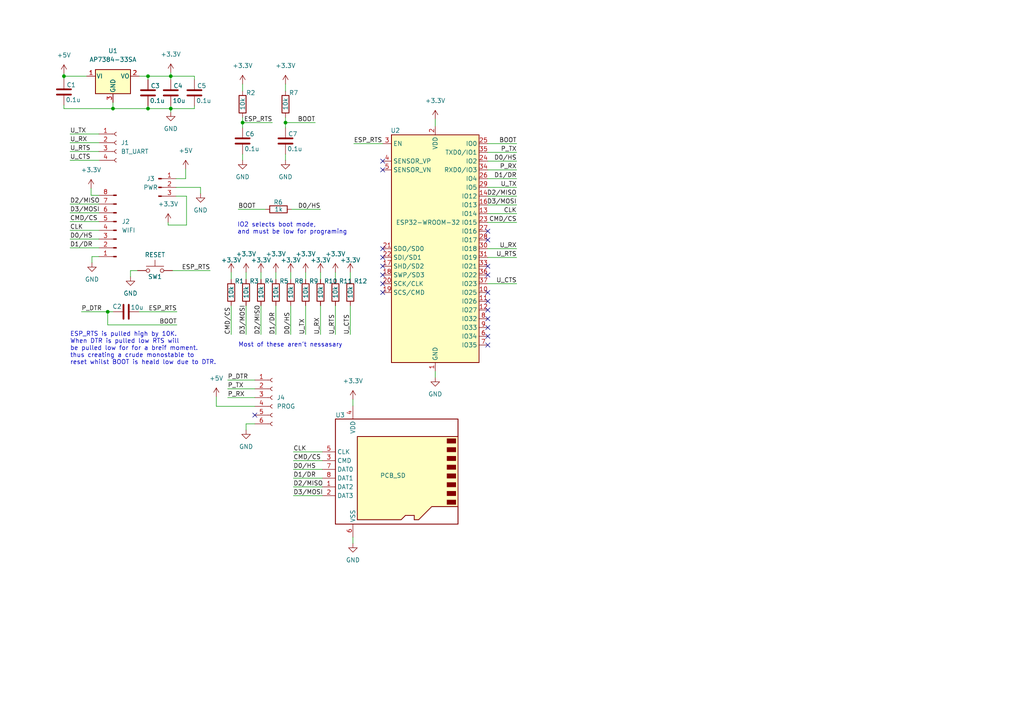
<source format=kicad_sch>
(kicad_sch (version 20211123) (generator eeschema)
  (paper "A4")
  (lib_symbols
    (symbol "Connector:Conn_01x03_Male" (pin_names (offset 1.016) hide)
      (property "Reference" "J" (at 0 5.08 0))
      (property "Value" "Conn_01x03_Male" (at 0 -5.08 0))
      (symbol "Conn_01x03_Male_1_1"
        (polyline (pts (xy 1.27 -2.54) (xy 0.8636 -2.54)) (stroke (width 0.1524)))
        (polyline (pts (xy 1.27 0) (xy 0.8636 0)) (stroke (width 0.1524)))
        (polyline (pts (xy 1.27 2.54) (xy 0.8636 2.54)) (stroke (width 0.1524)))
        (rectangle (start 0.8636 -2.413) (end 0 -2.667) (stroke (width 0.1524)) (fill (type outline)))
        (rectangle (start 0.8636 0.127) (end 0 -0.127) (stroke (width 0.1524)) (fill (type outline)))
        (rectangle (start 0.8636 2.667) (end 0 2.413) (stroke (width 0.1524)) (fill (type outline)))
        (pin passive line (at 5.08 2.54 180) (length 3.81) (name "Pin_1") (number "1"))
        (pin passive line (at 5.08 0 180) (length 3.81) (name "Pin_2") (number "2"))
        (pin passive line (at 5.08 -2.54 180) (length 3.81) (name "Pin_3") (number "3"))
      )
    )
    (symbol "Connector:Conn_01x04_Female" (pin_names (offset 1.016) hide)
      (property "Reference" "J" (at 0 5.08 0))
      (property "Value" "Conn_01x04_Female" (at 0 -7.62 0))
      (symbol "Conn_01x04_Female_1_1"
        (arc (start 0 -4.572) (mid -0.508 -5.08) (end 0 -5.588) (stroke (width 0.1524)))
        (arc (start 0 -2.032) (mid -0.508 -2.54) (end 0 -3.048) (stroke (width 0.1524)))
        (polyline (pts (xy -1.27 -5.08) (xy -0.508 -5.08)) (stroke (width 0.1524)))
        (polyline (pts (xy -1.27 -2.54) (xy -0.508 -2.54)) (stroke (width 0.1524)))
        (polyline (pts (xy -1.27 0) (xy -0.508 0)) (stroke (width 0.1524)))
        (polyline (pts (xy -1.27 2.54) (xy -0.508 2.54)) (stroke (width 0.1524)))
        (arc (start 0 0.508) (mid -0.508 0) (end 0 -0.508) (stroke (width 0.1524)))
        (arc (start 0 3.048) (mid -0.508 2.54) (end 0 2.032) (stroke (width 0.1524)))
        (pin passive line (at -5.08 2.54 0) (length 3.81) (name "Pin_1") (number "1"))
        (pin passive line (at -5.08 0 0) (length 3.81) (name "Pin_2") (number "2"))
        (pin passive line (at -5.08 -2.54 0) (length 3.81) (name "Pin_3") (number "3"))
        (pin passive line (at -5.08 -5.08 0) (length 3.81) (name "Pin_4") (number "4"))
      )
    )
    (symbol "Connector:Conn_01x06_Female" (pin_names (offset 1.016) hide)
      (property "Reference" "J" (at 0 7.62 0))
      (property "Value" "Conn_01x06_Female" (at 0 -10.16 0))
      (symbol "Conn_01x06_Female_1_1"
        (arc (start 0 -7.112) (mid -0.508 -7.62) (end 0 -8.128) (stroke (width 0.1524)))
        (arc (start 0 -4.572) (mid -0.508 -5.08) (end 0 -5.588) (stroke (width 0.1524)))
        (arc (start 0 -2.032) (mid -0.508 -2.54) (end 0 -3.048) (stroke (width 0.1524)))
        (polyline (pts (xy -1.27 -7.62) (xy -0.508 -7.62)) (stroke (width 0.1524)))
        (polyline (pts (xy -1.27 -5.08) (xy -0.508 -5.08)) (stroke (width 0.1524)))
        (polyline (pts (xy -1.27 -2.54) (xy -0.508 -2.54)) (stroke (width 0.1524)))
        (polyline (pts (xy -1.27 0) (xy -0.508 0)) (stroke (width 0.1524)))
        (polyline (pts (xy -1.27 2.54) (xy -0.508 2.54)) (stroke (width 0.1524)))
        (polyline (pts (xy -1.27 5.08) (xy -0.508 5.08)) (stroke (width 0.1524)))
        (arc (start 0 0.508) (mid -0.508 0) (end 0 -0.508) (stroke (width 0.1524)))
        (arc (start 0 3.048) (mid -0.508 2.54) (end 0 2.032) (stroke (width 0.1524)))
        (arc (start 0 5.588) (mid -0.508 5.08) (end 0 4.572) (stroke (width 0.1524)))
        (pin passive line (at -5.08 5.08 0) (length 3.81) (name "Pin_1") (number "1"))
        (pin passive line (at -5.08 2.54 0) (length 3.81) (name "Pin_2") (number "2"))
        (pin passive line (at -5.08 0 0) (length 3.81) (name "Pin_3") (number "3"))
        (pin passive line (at -5.08 -2.54 0) (length 3.81) (name "Pin_4") (number "4"))
        (pin passive line (at -5.08 -5.08 0) (length 3.81) (name "Pin_5") (number "5"))
        (pin passive line (at -5.08 -7.62 0) (length 3.81) (name "Pin_6") (number "6"))
      )
    )
    (symbol "Connector:Conn_01x08_Male" (pin_names (offset 1.016) hide)
      (property "Reference" "J" (at 0 10.16 0))
      (property "Value" "Conn_01x08_Male" (at 0 -12.7 0))
      (symbol "Conn_01x08_Male_1_1"
        (polyline (pts (xy 1.27 -10.16) (xy 0.8636 -10.16)) (stroke (width 0.1524)))
        (polyline (pts (xy 1.27 -7.62) (xy 0.8636 -7.62)) (stroke (width 0.1524)))
        (polyline (pts (xy 1.27 -5.08) (xy 0.8636 -5.08)) (stroke (width 0.1524)))
        (polyline (pts (xy 1.27 -2.54) (xy 0.8636 -2.54)) (stroke (width 0.1524)))
        (polyline (pts (xy 1.27 0) (xy 0.8636 0)) (stroke (width 0.1524)))
        (polyline (pts (xy 1.27 2.54) (xy 0.8636 2.54)) (stroke (width 0.1524)))
        (polyline (pts (xy 1.27 5.08) (xy 0.8636 5.08)) (stroke (width 0.1524)))
        (polyline (pts (xy 1.27 7.62) (xy 0.8636 7.62)) (stroke (width 0.1524)))
        (rectangle (start 0.8636 -10.033) (end 0 -10.287) (stroke (width 0.1524)) (fill (type outline)))
        (rectangle (start 0.8636 -7.493) (end 0 -7.747) (stroke (width 0.1524)) (fill (type outline)))
        (rectangle (start 0.8636 -4.953) (end 0 -5.207) (stroke (width 0.1524)) (fill (type outline)))
        (rectangle (start 0.8636 -2.413) (end 0 -2.667) (stroke (width 0.1524)) (fill (type outline)))
        (rectangle (start 0.8636 0.127) (end 0 -0.127) (stroke (width 0.1524)) (fill (type outline)))
        (rectangle (start 0.8636 2.667) (end 0 2.413) (stroke (width 0.1524)) (fill (type outline)))
        (rectangle (start 0.8636 5.207) (end 0 4.953) (stroke (width 0.1524)) (fill (type outline)))
        (rectangle (start 0.8636 7.747) (end 0 7.493) (stroke (width 0.1524)) (fill (type outline)))
        (pin passive line (at 5.08 7.62 180) (length 3.81) (name "Pin_1") (number "1"))
        (pin passive line (at 5.08 5.08 180) (length 3.81) (name "Pin_2") (number "2"))
        (pin passive line (at 5.08 2.54 180) (length 3.81) (name "Pin_3") (number "3"))
        (pin passive line (at 5.08 0 180) (length 3.81) (name "Pin_4") (number "4"))
        (pin passive line (at 5.08 -2.54 180) (length 3.81) (name "Pin_5") (number "5"))
        (pin passive line (at 5.08 -5.08 180) (length 3.81) (name "Pin_6") (number "6"))
        (pin passive line (at 5.08 -7.62 180) (length 3.81) (name "Pin_7") (number "7"))
        (pin passive line (at 5.08 -10.16 180) (length 3.81) (name "Pin_8") (number "8"))
      )
    )
    (symbol "Device:C" (pin_numbers hide) (pin_names (offset 0.254))
      (property "Reference" "C" (at 0.635 2.54 0))
      (property "Value" "C" (at 0.635 -2.54 0))
      (symbol "C_0_1"
        (polyline (pts (xy -2.032 -0.762) (xy 2.032 -0.762)) (stroke (width 0.508)))
        (polyline (pts (xy -2.032 0.762) (xy 2.032 0.762)) (stroke (width 0.508)))
      )
      (symbol "C_1_1"
        (pin passive line (at 0 3.81 270) (length 2.794) (name "~") (number "1"))
        (pin passive line (at 0 -3.81 90) (length 2.794) (name "~") (number "2"))
      )
    )
    (symbol "Device:R" (pin_numbers hide) (pin_names (offset 0))
      (property "Reference" "R" (at 2.032 0 90))
      (property "Value" "R" (at 0 0 90))
      (symbol "R_0_1"
        (rectangle (start -1.016 -2.54) (end 1.016 2.54) (stroke (width 0.254)))
      )
      (symbol "R_1_1"
        (pin passive line (at 0 3.81 270) (length 1.27) (name "~") (number "1"))
        (pin passive line (at 0 -3.81 90) (length 1.27) (name "~") (number "2"))
      )
    )
    (symbol "RF_Module:ESP32-WROOM-32"
      (property "Reference" "U" (at -12.7 34.29 0))
      (property "Value" "ESP32-WROOM-32" (at 1.27 34.29 0))
      (symbol "ESP32-WROOM-32_0_1"
        (rectangle (start -12.7 33.02) (end 12.7 -33.02) (stroke (width 0.254)) (fill (type background)))
      )
      (symbol "ESP32-WROOM-32_1_1"
        (pin power_in line (at 0 -35.56 90) (length 2.54) (name "GND") (number "1"))
        (pin bidirectional line (at 15.24 -12.7 180) (length 2.54) (name "IO25") (number "10"))
        (pin bidirectional line (at 15.24 -15.24 180) (length 2.54) (name "IO26") (number "11"))
        (pin bidirectional line (at 15.24 -17.78 180) (length 2.54) (name "IO27") (number "12"))
        (pin bidirectional line (at 15.24 10.16 180) (length 2.54) (name "IO14") (number "13"))
        (pin bidirectional line (at 15.24 15.24 180) (length 2.54) (name "IO12") (number "14"))
        (pin passive line (at 0 -35.56 90) (length 2.54) hide (name "GND") (number "15"))
        (pin bidirectional line (at 15.24 12.7 180) (length 2.54) (name "IO13") (number "16"))
        (pin bidirectional line (at -15.24 -5.08 0) (length 2.54) (name "SHD/SD2") (number "17"))
        (pin bidirectional line (at -15.24 -7.62 0) (length 2.54) (name "SWP/SD3") (number "18"))
        (pin bidirectional line (at -15.24 -12.7 0) (length 2.54) (name "SCS/CMD") (number "19"))
        (pin power_in line (at 0 35.56 270) (length 2.54) (name "VDD") (number "2"))
        (pin bidirectional line (at -15.24 -10.16 0) (length 2.54) (name "SCK/CLK") (number "20"))
        (pin bidirectional line (at -15.24 0 0) (length 2.54) (name "SDO/SD0") (number "21"))
        (pin bidirectional line (at -15.24 -2.54 0) (length 2.54) (name "SDI/SD1") (number "22"))
        (pin bidirectional line (at 15.24 7.62 180) (length 2.54) (name "IO15") (number "23"))
        (pin bidirectional line (at 15.24 25.4 180) (length 2.54) (name "IO2") (number "24"))
        (pin bidirectional line (at 15.24 30.48 180) (length 2.54) (name "IO0") (number "25"))
        (pin bidirectional line (at 15.24 20.32 180) (length 2.54) (name "IO4") (number "26"))
        (pin bidirectional line (at 15.24 5.08 180) (length 2.54) (name "IO16") (number "27"))
        (pin bidirectional line (at 15.24 2.54 180) (length 2.54) (name "IO17") (number "28"))
        (pin bidirectional line (at 15.24 17.78 180) (length 2.54) (name "IO5") (number "29"))
        (pin input line (at -15.24 30.48 0) (length 2.54) (name "EN") (number "3"))
        (pin bidirectional line (at 15.24 0 180) (length 2.54) (name "IO18") (number "30"))
        (pin bidirectional line (at 15.24 -2.54 180) (length 2.54) (name "IO19") (number "31"))
        (pin no_connect line (at -12.7 -27.94 0) (length 2.54) hide (name "NC") (number "32"))
        (pin bidirectional line (at 15.24 -5.08 180) (length 2.54) (name "IO21") (number "33"))
        (pin bidirectional line (at 15.24 22.86 180) (length 2.54) (name "RXD0/IO3") (number "34"))
        (pin bidirectional line (at 15.24 27.94 180) (length 2.54) (name "TXD0/IO1") (number "35"))
        (pin bidirectional line (at 15.24 -7.62 180) (length 2.54) (name "IO22") (number "36"))
        (pin bidirectional line (at 15.24 -10.16 180) (length 2.54) (name "IO23") (number "37"))
        (pin passive line (at 0 -35.56 90) (length 2.54) hide (name "GND") (number "38"))
        (pin passive line (at 0 -35.56 90) (length 2.54) hide (name "GND") (number "39"))
        (pin input line (at -15.24 25.4 0) (length 2.54) (name "SENSOR_VP") (number "4"))
        (pin input line (at -15.24 22.86 0) (length 2.54) (name "SENSOR_VN") (number "5"))
        (pin input line (at 15.24 -25.4 180) (length 2.54) (name "IO34") (number "6"))
        (pin input line (at 15.24 -27.94 180) (length 2.54) (name "IO35") (number "7"))
        (pin bidirectional line (at 15.24 -20.32 180) (length 2.54) (name "IO32") (number "8"))
        (pin bidirectional line (at 15.24 -22.86 180) (length 2.54) (name "IO33") (number "9"))
      )
    )
    (symbol "Regulator_Linear:AP7384-33SA" (pin_names (offset 0.254))
      (property "Reference" "U" (at -3.81 3.175 0))
      (property "Value" "AP7384-33SA" (at 0 3.175 0))
      (symbol "AP7384-33SA_0_1"
        (rectangle (start -5.08 1.905) (end 5.08 -5.08) (stroke (width 0.254)) (fill (type background)))
      )
      (symbol "AP7384-33SA_1_1"
        (pin power_in line (at -7.62 0 0) (length 2.54) (name "VI") (number "1"))
        (pin power_out line (at 7.62 0 180) (length 2.54) (name "VO") (number "2"))
        (pin power_in line (at 0 -7.62 90) (length 2.54) (name "GND") (number "3"))
      )
    )
    (symbol "Switch:SW_Push" (pin_numbers hide) (pin_names (offset 1.016) hide)
      (property "Reference" "SW" (at 1.27 2.54 0))
      (property "Value" "SW_Push" (at 0 -1.524 0))
      (symbol "SW_Push_0_1"
        (circle (center -2.032 0) (radius 0.508))
        (polyline (pts (xy 0 1.27) (xy 0 3.048)))
        (polyline (pts (xy 2.54 1.27) (xy -2.54 1.27)))
        (circle (center 2.032 0) (radius 0.508))
        (pin passive line (at -5.08 0 0) (length 2.54) (name "1") (number "1"))
        (pin passive line (at 5.08 0 180) (length 2.54) (name "2") (number "2"))
      )
    )
    (symbol "power:+3.3V" (power) (pin_names (offset 0))
      (property "Value" "+3.3V" (at 0 3.556 0))
      (symbol "+3.3V_0_1"
        (polyline (pts (xy -0.762 1.27) (xy 0 2.54)))
        (polyline (pts (xy 0 0) (xy 0 2.54)))
        (polyline (pts (xy 0 2.54) (xy 0.762 1.27)))
      )
      (symbol "+3.3V_1_1"
        (pin power_in line (at 0 0 90) (length 0) hide (name "+3.3V") (number "1"))
      )
    )
    (symbol "power:+5V" (power) (pin_names (offset 0))
      (property "Value" "+5V" (at 0 3.556 0))
      (symbol "+5V_0_1"
        (polyline (pts (xy -0.762 1.27) (xy 0 2.54)))
        (polyline (pts (xy 0 0) (xy 0 2.54)))
        (polyline (pts (xy 0 2.54) (xy 0.762 1.27)))
      )
      (symbol "+5V_1_1"
        (pin power_in line (at 0 0 90) (length 0) hide (name "+5V") (number "1"))
      )
    )
    (symbol "power:GND" (power) (pin_names (offset 0))
      (property "Value" "GND" (at 0 -3.81 0))
      (symbol "GND_0_1"
        (polyline (pts (xy 0 0) (xy 0 -1.27) (xy 1.27 -1.27) (xy 0 -2.54) (xy -1.27 -1.27) (xy 0 -1.27)))
      )
      (symbol "GND_1_1"
        (pin power_in line (at 0 0 270) (length 0) hide (name "GND") (number "1"))
      )
    )
    (symbol "sd_card:PCB_SD"
      (property "Reference" "U" (at 5.08 8.255 0))
      (property "Value" "PCB_SD" (at 20.32 -6.35 90))
      (symbol "PCB_SD_0_1"
        (polyline (pts (xy 39.37 4.445) (xy 39.37 9.525) (xy 3.81 9.525) (xy 3.81 -20.955) (xy 39.37 -20.955) (xy 39.37 -15.875)) (stroke (width 0.254)))
        (polyline (pts (xy 39.37 4.445) (xy 39.37 -15.875) (xy 31.75 -15.875) (xy 27.94 -19.685) (xy 26.67 -19.685) (xy 26.67 -18.415) (xy 24.13 -18.415) (xy 22.86 -19.685) (xy 10.16 -19.685) (xy 10.16 4.445) (xy 39.37 4.445)) (stroke (width 0.254)) (fill (type background)))
        (rectangle (start 36.195 -13.97) (end 38.735 -15.24) (fill (type outline)))
        (rectangle (start 36.195 -11.43) (end 38.735 -12.7) (fill (type outline)))
        (rectangle (start 36.195 -8.89) (end 38.735 -10.16) (fill (type outline)))
        (rectangle (start 36.195 -6.35) (end 38.735 -7.62) (fill (type outline)))
        (rectangle (start 36.195 -3.81) (end 38.735 -5.08) (fill (type outline)))
        (rectangle (start 36.195 -1.27) (end 38.735 -2.54) (fill (type outline)))
        (rectangle (start 36.195 1.27) (end 38.735 0) (fill (type outline)))
        (rectangle (start 36.195 3.81) (end 38.735 2.54) (fill (type outline)))
      )
      (symbol "PCB_SD_1_1"
        (pin bidirectional line (at 0 -10.16 0) (length 3.81) (name "DAT2") (number "1"))
        (pin bidirectional line (at 0 -12.7 0) (length 3.81) (name "DAT3") (number "2"))
        (pin input line (at 0 -2.54 0) (length 3.81) (name "CMD") (number "3"))
        (pin power_in line (at 8.89 13.335 270) (length 3.81) (name "VDD") (number "4"))
        (pin input line (at 0 0 0) (length 3.81) (name "CLK") (number "5"))
        (pin power_in line (at 8.89 -24.765 90) (length 3.81) (name "VSS") (number "6"))
        (pin bidirectional line (at 0 -5.08 0) (length 3.81) (name "DAT0") (number "7"))
        (pin bidirectional line (at 0 -7.62 0) (length 3.81) (name "DAT1") (number "8"))
      )
    )
  )
  (junction (at 32.766 31.496))
  (junction (at 42.926 22.098))
  (junction (at 49.53 31.496))
  (junction (at 70.358 35.56))
  (junction (at 82.804 35.56))
  (junction (at 49.53 22.098))
  (junction (at 31.242 90.424))
  (junction (at 42.926 31.496))
  (junction (at 18.542 22.098))
  (no_connect (at 141.478 79.756))
  (no_connect (at 73.914 120.396))
  (no_connect (at 110.998 74.676))
  (no_connect (at 141.478 89.916))
  (no_connect (at 141.478 87.376))
  (no_connect (at 110.998 84.836))
  (no_connect (at 110.998 49.276))
  (no_connect (at 141.478 67.056))
  (no_connect (at 110.998 46.736))
  (no_connect (at 110.998 72.136))
  (no_connect (at 141.478 94.996))
  (no_connect (at 141.478 97.536))
  (no_connect (at 110.998 82.296))
  (no_connect (at 141.478 100.076))
  (no_connect (at 141.478 92.456))
  (no_connect (at 141.478 69.596))
  (no_connect (at 141.478 77.216))
  (no_connect (at 110.998 79.756))
  (no_connect (at 141.478 84.836))
  (no_connect (at 110.998 77.216))
  (wire (pts (xy 97.282 78.994) (xy 97.282 81.026)))
  (wire (pts (xy 42.926 31.496) (xy 49.53 31.496)))
  (wire (pts (xy 141.478 74.676) (xy 149.86 74.676)))
  (wire (pts (xy 56.388 23.114) (xy 56.388 22.098)))
  (wire (pts (xy 32.766 31.496) (xy 18.542 31.496)))
  (wire (pts (xy 102.616 41.656) (xy 110.998 41.656)))
  (wire (pts (xy 101.6 88.646) (xy 101.6 97.028)))
  (wire (pts (xy 70.358 35.56) (xy 78.994 35.56)))
  (wire (pts (xy 80.01 88.646) (xy 80.01 97.028)))
  (wire (pts (xy 141.478 44.196) (xy 149.86 44.196)))
  (wire (pts (xy 31.242 90.424) (xy 31.242 94.234)))
  (wire (pts (xy 26.416 54.61) (xy 26.416 56.642)))
  (wire (pts (xy 93.472 133.604) (xy 85.09 133.604)))
  (wire (pts (xy 75.692 78.994) (xy 75.692 81.026)))
  (wire (pts (xy 26.67 74.422) (xy 28.702 74.422)))
  (wire (pts (xy 97.282 88.646) (xy 97.282 97.028)))
  (wire (pts (xy 141.478 59.436) (xy 149.86 59.436)))
  (wire (pts (xy 50.038 78.486) (xy 60.96 78.486)))
  (wire (pts (xy 67.056 78.994) (xy 67.056 81.026)))
  (wire (pts (xy 141.478 46.736) (xy 149.86 46.736)))
  (wire (pts (xy 51.054 51.816) (xy 53.848 51.816)))
  (wire (pts (xy 84.328 78.994) (xy 84.328 81.026)))
  (wire (pts (xy 28.702 43.942) (xy 20.32 43.942)))
  (wire (pts (xy 49.53 30.734) (xy 49.53 31.496)))
  (wire (pts (xy 141.478 41.656) (xy 149.86 41.656)))
  (wire (pts (xy 49.53 22.098) (xy 49.53 23.114)))
  (wire (pts (xy 82.804 24.384) (xy 82.804 26.416)))
  (wire (pts (xy 71.374 122.936) (xy 73.914 122.936)))
  (wire (pts (xy 56.388 30.734) (xy 56.388 31.496)))
  (wire (pts (xy 82.804 44.704) (xy 82.804 46.482)))
  (wire (pts (xy 26.416 56.642) (xy 28.702 56.642)))
  (wire (pts (xy 18.542 31.496) (xy 18.542 30.48)))
  (wire (pts (xy 54.102 65.278) (xy 54.102 56.896)))
  (wire (pts (xy 31.242 94.234) (xy 51.308 94.234)))
  (wire (pts (xy 71.374 122.936) (xy 71.374 124.714)))
  (wire (pts (xy 18.542 22.098) (xy 18.542 22.86)))
  (wire (pts (xy 31.242 90.424) (xy 32.766 90.424)))
  (wire (pts (xy 58.166 54.356) (xy 58.166 56.134)))
  (wire (pts (xy 28.702 41.402) (xy 20.32 41.402)))
  (wire (pts (xy 53.848 49.022) (xy 53.848 51.816)))
  (wire (pts (xy 141.478 64.516) (xy 149.86 64.516)))
  (wire (pts (xy 48.768 64.516) (xy 48.768 65.278)))
  (wire (pts (xy 49.53 31.496) (xy 49.53 32.512)))
  (wire (pts (xy 56.388 31.496) (xy 49.53 31.496)))
  (wire (pts (xy 28.702 66.802) (xy 20.32 66.802)))
  (wire (pts (xy 26.67 74.422) (xy 26.67 76.2)))
  (wire (pts (xy 82.804 34.036) (xy 82.804 35.56)))
  (wire (pts (xy 48.768 65.278) (xy 54.102 65.278)))
  (wire (pts (xy 93.472 143.764) (xy 85.09 143.764)))
  (wire (pts (xy 73.914 117.856) (xy 62.738 117.856)))
  (wire (pts (xy 141.478 72.136) (xy 149.86 72.136)))
  (wire (pts (xy 93.472 131.064) (xy 85.09 131.064)))
  (wire (pts (xy 71.374 88.646) (xy 71.374 97.028)))
  (wire (pts (xy 93.472 141.224) (xy 85.09 141.224)))
  (wire (pts (xy 42.926 31.496) (xy 32.766 31.496)))
  (wire (pts (xy 66.04 115.316) (xy 73.914 115.316)))
  (wire (pts (xy 66.04 112.776) (xy 73.914 112.776)))
  (wire (pts (xy 42.926 23.114) (xy 42.926 22.098)))
  (wire (pts (xy 70.358 24.384) (xy 70.358 26.416)))
  (wire (pts (xy 40.386 22.098) (xy 42.926 22.098)))
  (wire (pts (xy 28.702 38.862) (xy 20.32 38.862)))
  (wire (pts (xy 28.702 71.882) (xy 20.32 71.882)))
  (wire (pts (xy 28.702 61.722) (xy 20.32 61.722)))
  (wire (pts (xy 88.646 88.646) (xy 88.646 97.028)))
  (wire (pts (xy 88.646 78.994) (xy 88.646 81.026)))
  (wire (pts (xy 42.926 22.098) (xy 49.53 22.098)))
  (wire (pts (xy 141.478 51.816) (xy 149.86 51.816)))
  (wire (pts (xy 141.478 56.896) (xy 149.86 56.896)))
  (wire (pts (xy 56.388 22.098) (xy 49.53 22.098)))
  (wire (pts (xy 141.478 82.296) (xy 149.86 82.296)))
  (wire (pts (xy 84.328 88.646) (xy 84.328 97.028)))
  (wire (pts (xy 82.804 35.56) (xy 91.44 35.56)))
  (wire (pts (xy 82.804 35.56) (xy 82.804 37.084)))
  (wire (pts (xy 49.53 21.082) (xy 49.53 22.098)))
  (wire (pts (xy 32.766 29.718) (xy 32.766 31.496)))
  (wire (pts (xy 93.472 136.144) (xy 85.09 136.144)))
  (wire (pts (xy 37.846 78.486) (xy 37.846 80.264)))
  (wire (pts (xy 70.358 44.704) (xy 70.358 46.482)))
  (wire (pts (xy 141.478 61.976) (xy 149.86 61.976)))
  (wire (pts (xy 70.358 35.56) (xy 70.358 37.084)))
  (wire (pts (xy 18.542 22.098) (xy 25.146 22.098)))
  (wire (pts (xy 37.846 78.486) (xy 39.878 78.486)))
  (wire (pts (xy 54.102 56.896) (xy 51.054 56.896)))
  (wire (pts (xy 51.054 54.356) (xy 58.166 54.356)))
  (wire (pts (xy 28.702 69.342) (xy 20.32 69.342)))
  (wire (pts (xy 70.358 34.036) (xy 70.358 35.56)))
  (wire (pts (xy 76.962 60.706) (xy 69.088 60.706)))
  (wire (pts (xy 66.04 110.236) (xy 73.914 110.236)))
  (wire (pts (xy 67.056 88.646) (xy 67.056 97.028)))
  (wire (pts (xy 102.362 155.829) (xy 102.362 157.607)))
  (wire (pts (xy 62.738 115.062) (xy 62.738 117.856)))
  (wire (pts (xy 28.702 59.182) (xy 20.32 59.182)))
  (wire (pts (xy 75.692 88.646) (xy 75.692 97.028)))
  (wire (pts (xy 80.01 78.994) (xy 80.01 81.026)))
  (wire (pts (xy 42.926 30.734) (xy 42.926 31.496)))
  (wire (pts (xy 141.478 54.356) (xy 149.86 54.356)))
  (wire (pts (xy 28.702 46.482) (xy 20.32 46.482)))
  (wire (pts (xy 126.238 107.696) (xy 126.238 109.474)))
  (wire (pts (xy 126.238 34.544) (xy 126.238 36.576)))
  (wire (pts (xy 23.622 90.424) (xy 31.242 90.424)))
  (wire (pts (xy 92.964 78.994) (xy 92.964 81.026)))
  (wire (pts (xy 40.386 90.424) (xy 51.308 90.424)))
  (wire (pts (xy 101.6 78.994) (xy 101.6 81.026)))
  (wire (pts (xy 84.582 60.706) (xy 92.964 60.706)))
  (wire (pts (xy 92.964 88.646) (xy 92.964 97.028)))
  (wire (pts (xy 18.542 21.336) (xy 18.542 22.098)))
  (wire (pts (xy 28.702 64.262) (xy 20.32 64.262)))
  (wire (pts (xy 102.362 115.824) (xy 102.362 117.729)))
  (wire (pts (xy 71.374 78.994) (xy 71.374 81.026)))
  (wire (pts (xy 93.472 138.684) (xy 85.09 138.684)))
  (wire (pts (xy 141.478 49.276) (xy 149.86 49.276)))
  (text "IO2 selects boot mode,\nand must be low for programing" (at 68.834 68.072 0) (effects (font (size 1.27 1.27)) (justify left bottom)))
  (text "ESP_RTS is pulled high by 10K.\nWhen DTR is pulled low RTS will\nbe pulled low for for a breif moment.\nthus creating a crude monostable to\nreset whilst BOOT is heald low due to DTR." (at 20.32 105.918 0) (effects (font (size 1.27 1.27)) (justify left bottom)))
  (text "Most of these aren't nessasary\n" (at 69.088 100.838 0) (effects (font (size 1.27 1.27)) (justify left bottom)))
  (label "CLK" (at 20.32 66.802 0))
  (label "D2{slash}MISO" (at 149.86 56.896 180))
  (label "U_RX" (at 149.86 72.136 180))
  (label "U_RTS" (at 97.282 97.028 90))
  (label "BOOT" (at 91.44 35.56 180))
  (label "D3{slash}MOSI" (at 149.86 59.436 180))
  (label "ESP_RTS" (at 51.308 90.424 180))
  (label "CMD{slash}CS" (at 85.09 133.604 0))
  (label "D2{slash}MISO" (at 20.32 59.182 0))
  (label "D0{slash}HS" (at 92.964 60.706 180))
  (label "D1{slash}DR" (at 85.09 138.684 0))
  (label "D1{slash}DR" (at 149.86 51.816 180))
  (label "D0{slash}HS" (at 84.328 97.028 90))
  (label "P_TX" (at 66.04 112.776 0))
  (label "D2{slash}MISO" (at 75.692 97.028 90))
  (label "P_DTR" (at 66.04 110.236 0))
  (label "CMD{slash}CS" (at 67.056 97.028 90))
  (label "D2{slash}MISO" (at 85.09 141.224 0))
  (label "D1{slash}DR" (at 80.01 97.028 90))
  (label "D0{slash}HS" (at 85.09 136.144 0))
  (label "U_RX" (at 92.964 97.028 90))
  (label "ESP_RTS" (at 78.994 35.56 180))
  (label "U_CTS" (at 101.6 97.028 90))
  (label "CLK" (at 85.09 131.064 0))
  (label "CMD{slash}CS" (at 20.32 64.262 0))
  (label "D3{slash}MOSI" (at 20.32 61.722 0))
  (label "CLK" (at 149.86 61.976 180))
  (label "P_DTR" (at 23.622 90.424 0))
  (label "D0{slash}HS" (at 20.32 69.342 0))
  (label "U_CTS" (at 149.86 82.296 180))
  (label "D3{slash}MOSI" (at 85.09 143.764 0))
  (label "U_TX" (at 20.32 38.862 0))
  (label "U_RX" (at 20.32 41.402 0))
  (label "D3{slash}MOSI" (at 71.374 97.028 90))
  (label "BOOT" (at 149.86 41.656 180))
  (label "CMD{slash}CS" (at 149.86 64.516 180))
  (label "D1{slash}DR" (at 20.32 71.882 0))
  (label "BOOT" (at 69.088 60.706 0))
  (label "P_TX" (at 149.86 44.196 180))
  (label "P_RX" (at 149.86 49.276 180))
  (label "D0{slash}HS" (at 149.86 46.736 180))
  (label "U_CTS" (at 20.32 46.482 0))
  (label "U_RTS" (at 149.86 74.676 180))
  (label "ESP_RTS" (at 102.616 41.656 0))
  (label "U_TX" (at 149.86 54.356 180))
  (label "P_RX" (at 66.04 115.316 0))
  (label "U_RTS" (at 20.32 43.942 0))
  (label "U_TX" (at 88.646 97.028 90))
  (label "ESP_RTS" (at 60.96 78.486 180))
  (label "BOOT" (at 51.308 94.234 180))
  (symbol (lib_id "power:+3.3V") (at 92.964 78.994 0) (unit 1)
    (property "Reference" "#PWR0110" (effects hide))
    (property "Value" "+3.3V" (at 92.964 75.438 0))
  )
  (symbol (lib_id "Device:C") (at 36.576 90.424 90) (unit 1)
    (property "Reference" "C2" (at 35.306 88.9 90) (effects (justify left)))
    (property "Value" "10u" (at 41.656 89.154 90) (effects (justify left)))
    (property "Footprint" "Capacitor_SMD:C_0603_1608Metric_Pad1.08x0.95mm_HandSolder" (effects hide))
  )
  (symbol (lib_id "Regulator_Linear:AP7384-33SA") (at 32.766 22.098 0) (unit 1)
    (property "Reference" "U1" (at 32.766 14.732 0))
    (property "Value" "AP7384-33SA" (at 32.766 17.272 0))
    (property "Footprint" "Package_TO_SOT_SMD:SOT-23" (effects hide))
    (property "Datasheet" "https://www.diodes.com/assets/Datasheets/AP7384.pdf" (effects hide))
  )
  (symbol (lib_id "Device:R") (at 88.646 84.836 0) (unit 1)
    (property "Reference" "R9" (at 89.662 81.534 0) (effects (justify left)))
    (property "Value" "10k" (at 88.646 86.614 90) (effects (justify left)))
    (property "Footprint" "Capacitor_SMD:C_0603_1608Metric_Pad1.08x0.95mm_HandSolder" (effects hide))
  )
  (symbol (lib_id "Device:R") (at 70.358 30.226 0) (unit 1)
    (property "Reference" "R2" (at 71.374 26.924 0) (effects (justify left)))
    (property "Value" "10k" (at 70.358 32.004 90) (effects (justify left)))
    (property "Footprint" "Capacitor_SMD:C_0603_1608Metric_Pad1.08x0.95mm_HandSolder" (effects hide))
  )
  (symbol (lib_id "power:+3.3V") (at 101.6 78.994 0) (unit 1)
    (property "Reference" "#PWR0114" (effects hide))
    (property "Value" "+3.3V" (at 101.6 75.438 0))
  )
  (symbol (lib_id "Device:R") (at 82.804 30.226 0) (unit 1)
    (property "Reference" "R7" (at 83.82 26.924 0) (effects (justify left)))
    (property "Value" "10k" (at 82.804 32.004 90) (effects (justify left)))
    (property "Footprint" "Capacitor_SMD:C_0603_1608Metric_Pad1.08x0.95mm_HandSolder" (effects hide))
  )
  (symbol (lib_id "Connector:Conn_01x06_Female") (at 78.994 115.316 0) (unit 1)
    (property "Reference" "J4" (at 80.264 115.3159 0) (effects (justify left)))
    (property "Value" "PROG" (at 80.264 117.8559 0) (effects (justify left)))
    (property "Footprint" "Connector_PinHeader_2.54mm:PinHeader_1x06_P2.54mm_Vertical" (effects hide))
  )
  (symbol (lib_id "Connector:Conn_01x03_Male") (at 45.974 54.356 0) (unit 1)
    (property "Reference" "J3" (at 43.688 51.816 0))
    (property "Value" "PWR" (at 43.688 54.356 0))
    (property "Footprint" "Connector_PinSocket_2.54mm:PinSocket_1x03_P2.54mm_Vertical" (effects hide))
  )
  (symbol (lib_id "Device:R") (at 97.282 84.836 0) (unit 1)
    (property "Reference" "R11" (at 98.298 81.534 0) (effects (justify left)))
    (property "Value" "10k" (at 97.282 86.614 90) (effects (justify left)))
    (property "Footprint" "Capacitor_SMD:C_0603_1608Metric_Pad1.08x0.95mm_HandSolder" (effects hide))
  )
  (symbol (lib_id "power:+3.3V") (at 70.358 24.384 0) (unit 1)
    (property "Reference" "#PWR0124" (effects hide))
    (property "Value" "+3.3V" (at 70.358 19.05 0))
  )
  (symbol (lib_id "Device:C") (at 18.542 26.67 0) (unit 1)
    (property "Reference" "C1" (at 19.304 24.638 0) (effects (justify left)))
    (property "Value" "0.1u" (at 19.05 28.956 0) (effects (justify left)))
    (property "Footprint" "Capacitor_SMD:C_0603_1608Metric_Pad1.08x0.95mm_HandSolder" (effects hide))
  )
  (symbol (lib_id "Device:R") (at 101.6 84.836 0) (unit 1)
    (property "Reference" "R12" (at 102.616 81.534 0) (effects (justify left)))
    (property "Value" "10k" (at 101.6 86.614 90) (effects (justify left)))
    (property "Footprint" "Capacitor_SMD:C_0603_1608Metric_Pad1.08x0.95mm_HandSolder" (effects hide))
  )
  (symbol (lib_id "sd_card:PCB_SD") (at 93.472 131.064 0) (unit 1)
    (property "Reference" "U3" (at 97.282 120.396 0) (effects (justify left)))
    (property "Value" "PCB_SD" (at 110.236 137.922 0) (effects (justify left)))
    (property "Footprint" "sd_card:PCB-SD" (effects hide))
  )
  (symbol (lib_id "power:+3.3V") (at 71.374 78.994 0) (unit 1)
    (property "Reference" "#PWR0109" (effects hide))
    (property "Value" "+3.3V" (at 71.374 73.66 0))
  )
  (symbol (lib_id "power:GND") (at 70.358 46.482 0) (unit 1)
    (property "Reference" "#PWR0120" (effects hide))
    (property "Value" "GND" (at 70.358 51.308 0))
  )
  (symbol (lib_id "power:+3.3V") (at 80.01 78.994 0) (unit 1)
    (property "Reference" "#PWR0108" (effects hide))
    (property "Value" "+3.3V" (at 80.01 73.66 0))
  )
  (symbol (lib_id "power:+3.3V") (at 102.362 115.824 0) (unit 1)
    (property "Reference" "#PWR0127" (effects hide))
    (property "Value" "+3.3V" (at 102.362 110.49 0))
  )
  (symbol (lib_id "power:+5V") (at 62.738 115.062 0) (unit 1)
    (property "Reference" "#PWR0116" (effects hide))
    (property "Value" "+5V" (at 62.738 109.728 0))
  )
  (symbol (lib_id "Device:R") (at 80.01 84.836 0) (unit 1)
    (property "Reference" "R5" (at 81.026 81.534 0) (effects (justify left)))
    (property "Value" "10k" (at 80.01 86.614 90) (effects (justify left)))
    (property "Footprint" "Capacitor_SMD:C_0603_1608Metric_Pad1.08x0.95mm_HandSolder" (effects hide))
  )
  (symbol (lib_id "Device:R") (at 67.056 84.836 0) (unit 1)
    (property "Reference" "R1" (at 68.072 81.534 0) (effects (justify left)))
    (property "Value" "10k" (at 67.056 86.614 90) (effects (justify left)))
    (property "Footprint" "Capacitor_SMD:C_0603_1608Metric_Pad1.08x0.95mm_HandSolder" (effects hide))
  )
  (symbol (lib_id "Device:R") (at 84.328 84.836 0) (unit 1)
    (property "Reference" "R8" (at 85.344 81.534 0) (effects (justify left)))
    (property "Value" "10k" (at 84.328 86.614 90) (effects (justify left)))
    (property "Footprint" "Capacitor_SMD:C_0603_1608Metric_Pad1.08x0.95mm_HandSolder" (effects hide))
  )
  (symbol (lib_id "power:+3.3V") (at 67.056 78.994 0) (unit 1)
    (property "Reference" "#PWR0106" (effects hide))
    (property "Value" "+3.3V" (at 67.056 75.438 0))
  )
  (symbol (lib_id "power:GND") (at 49.53 32.512 0) (unit 1)
    (property "Reference" "#PWR0119" (effects hide))
    (property "Value" "GND" (at 49.53 37.338 0))
  )
  (symbol (lib_id "Device:C") (at 56.388 26.924 0) (unit 1)
    (property "Reference" "C5" (at 57.15 24.892 0) (effects (justify left)))
    (property "Value" "0.1u" (at 56.896 29.21 0) (effects (justify left)))
    (property "Footprint" "Capacitor_SMD:C_0603_1608Metric_Pad1.08x0.95mm_HandSolder" (effects hide))
  )
  (symbol (lib_id "Device:C") (at 42.926 26.924 0) (unit 1)
    (property "Reference" "C3" (at 43.688 24.892 0) (effects (justify left)))
    (property "Value" "0.1u" (at 43.434 29.21 0) (effects (justify left)))
    (property "Footprint" "Capacitor_SMD:C_0603_1608Metric_Pad1.08x0.95mm_HandSolder" (effects hide))
  )
  (symbol (lib_id "Connector:Conn_01x04_Female") (at 33.782 41.402 0) (unit 1)
    (property "Reference" "J1" (at 35.052 41.4019 0) (effects (justify left)))
    (property "Value" "BT_UART" (at 35.052 43.9419 0) (effects (justify left)))
    (property "Footprint" "Connector_PinSocket_2.54mm:PinSocket_1x04_P2.54mm_Vertical" (effects hide))
  )
  (symbol (lib_id "power:+3.3V") (at 88.646 78.994 0) (unit 1)
    (property "Reference" "#PWR0112" (effects hide))
    (property "Value" "+3.3V" (at 88.646 73.66 0))
  )
  (symbol (lib_id "power:GND") (at 71.374 124.714 0) (unit 1)
    (property "Reference" "#PWR0115" (effects hide))
    (property "Value" "GND" (at 71.374 129.54 0))
  )
  (symbol (lib_id "power:GND") (at 126.238 109.474 0) (unit 1)
    (property "Reference" "#PWR0122" (effects hide))
    (property "Value" "GND" (at 126.238 114.3 0))
  )
  (symbol (lib_id "power:GND") (at 102.362 157.607 0) (unit 1)
    (property "Reference" "#PWR0128" (effects hide))
    (property "Value" "GND" (at 102.362 162.433 0))
  )
  (symbol (lib_id "RF_Module:ESP32-WROOM-32") (at 126.238 72.136 0) (unit 1)
    (property "Reference" "U2" (at 113.284 37.846 0) (effects (justify left)))
    (property "Value" "ESP32-WROOM-32" (at 114.808 64.516 0) (effects (justify left)))
    (property "Footprint" "RF_Module:ESP32-WROOM-32" (effects hide))
    (property "Datasheet" "https://www.espressif.com/sites/default/files/documentation/esp32-wroom-32_datasheet_en.pdf" (effects hide))
  )
  (symbol (lib_id "Device:R") (at 75.692 84.836 0) (unit 1)
    (property "Reference" "R4" (at 76.708 81.534 0) (effects (justify left)))
    (property "Value" "10k" (at 75.692 86.614 90) (effects (justify left)))
    (property "Footprint" "Capacitor_SMD:C_0603_1608Metric_Pad1.08x0.95mm_HandSolder" (effects hide))
  )
  (symbol (lib_id "Switch:SW_Push") (at 44.958 78.486 0) (unit 1)
    (property "Reference" "SW1" (at 44.958 80.264 0))
    (property "Value" "RESET" (at 44.958 73.914 0))
    (property "Footprint" "Button_Switch_THT:SW_PUSH_6mm" (effects hide))
  )
  (symbol (lib_id "power:+3.3V") (at 82.804 24.384 0) (unit 1)
    (property "Reference" "#PWR0125" (effects hide))
    (property "Value" "+3.3V" (at 82.804 19.05 0))
  )
  (symbol (lib_id "Device:C") (at 49.53 26.924 0) (unit 1)
    (property "Reference" "C4" (at 50.292 24.892 0) (effects (justify left)))
    (property "Value" "10u" (at 50.038 29.21 0) (effects (justify left)))
    (property "Footprint" "Capacitor_SMD:C_0603_1608Metric_Pad1.08x0.95mm_HandSolder" (effects hide))
  )
  (symbol (lib_id "Connector:Conn_01x08_Male") (at 33.782 66.802 180) (unit 1)
    (property "Reference" "J2" (at 35.306 64.2619 0) (effects (justify right)))
    (property "Value" "WIFI" (at 35.306 66.8019 0) (effects (justify right)))
    (property "Footprint" "Connector_PinSocket_2.54mm:PinSocket_1x08_P2.54mm_Vertical" (effects hide))
  )
  (symbol (lib_id "power:GND") (at 58.166 56.134 0) (unit 1)
    (property "Reference" "#PWR0103" (effects hide))
    (property "Value" "GND" (at 58.166 60.96 0))
  )
  (symbol (lib_id "power:GND") (at 82.804 46.482 0) (unit 1)
    (property "Reference" "#PWR0121" (effects hide))
    (property "Value" "GND" (at 82.804 51.308 0))
  )
  (symbol (lib_id "Device:R") (at 71.374 84.836 0) (unit 1)
    (property "Reference" "R3" (at 72.39 81.534 0) (effects (justify left)))
    (property "Value" "10k" (at 71.374 86.614 90) (effects (justify left)))
    (property "Footprint" "Capacitor_SMD:C_0603_1608Metric_Pad1.08x0.95mm_HandSolder" (effects hide))
  )
  (symbol (lib_id "Device:R") (at 92.964 84.836 0) (unit 1)
    (property "Reference" "R10" (at 93.98 81.534 0) (effects (justify left)))
    (property "Value" "10k" (at 92.964 86.614 90) (effects (justify left)))
    (property "Footprint" "Capacitor_SMD:C_0603_1608Metric_Pad1.08x0.95mm_HandSolder" (effects hide))
  )
  (symbol (lib_id "power:+5V") (at 18.542 21.336 0) (unit 1)
    (property "Reference" "#PWR0118" (effects hide))
    (property "Value" "+5V" (at 18.542 16.002 0))
  )
  (symbol (lib_id "power:GND") (at 37.846 80.264 0) (unit 1)
    (property "Reference" "#PWR0105" (effects hide))
    (property "Value" "GND" (at 37.846 85.09 0))
  )
  (symbol (lib_id "power:+3.3V") (at 75.692 78.994 0) (unit 1)
    (property "Reference" "#PWR0107" (effects hide))
    (property "Value" "+3.3V" (at 75.692 75.438 0))
  )
  (symbol (lib_id "power:GND") (at 26.67 76.2 0) (unit 1)
    (property "Reference" "#PWR0104" (effects hide))
    (property "Value" "GND" (at 26.67 81.026 0))
  )
  (symbol (lib_id "Device:R") (at 80.772 60.706 90) (unit 1)
    (property "Reference" "R6" (at 82.042 58.674 90) (effects (justify left)))
    (property "Value" "1k" (at 82.042 60.706 90) (effects (justify left)))
    (property "Footprint" "Capacitor_SMD:C_0603_1608Metric_Pad1.08x0.95mm_HandSolder" (effects hide))
  )
  (symbol (lib_id "power:+5V") (at 53.848 49.022 0) (unit 1)
    (property "Reference" "#PWR0126" (effects hide))
    (property "Value" "+5V" (at 53.848 43.688 0))
  )
  (symbol (lib_id "Device:C") (at 82.804 40.894 0) (unit 1)
    (property "Reference" "C7" (at 83.566 38.862 0) (effects (justify left)))
    (property "Value" "0.1u" (at 83.312 43.18 0) (effects (justify left)))
    (property "Footprint" "Capacitor_SMD:C_0603_1608Metric_Pad1.08x0.95mm_HandSolder" (effects hide))
  )
  (symbol (lib_id "power:+3.3V") (at 48.768 64.516 0) (unit 1)
    (property "Reference" "#PWR0102" (effects hide))
    (property "Value" "+3.3V" (at 48.768 59.182 0))
  )
  (symbol (lib_id "power:+3.3V") (at 49.53 21.082 0) (unit 1)
    (property "Reference" "#PWR0117" (effects hide))
    (property "Value" "+3.3V" (at 49.53 15.748 0))
  )
  (symbol (lib_id "power:+3.3V") (at 26.416 54.61 0) (unit 1)
    (property "Reference" "#PWR0101" (effects hide))
    (property "Value" "+3.3V" (at 26.416 49.276 0))
  )
  (symbol (lib_id "power:+3.3V") (at 126.238 34.544 0) (unit 1)
    (property "Reference" "#PWR0113" (effects hide))
    (property "Value" "+3.3V" (at 126.238 29.21 0))
  )
  (symbol (lib_id "power:+3.3V") (at 97.282 78.994 0) (unit 1)
    (property "Reference" "#PWR0123" (effects hide))
    (property "Value" "+3.3V" (at 97.282 73.66 0))
  )
  (symbol (lib_id "power:+3.3V") (at 84.328 78.994 0) (unit 1)
    (property "Reference" "#PWR0111" (effects hide))
    (property "Value" "+3.3V" (at 84.328 75.438 0))
  )
  (symbol (lib_id "Device:C") (at 70.358 40.894 0) (unit 1)
    (property "Reference" "C6" (at 71.12 38.862 0) (effects (justify left)))
    (property "Value" "0.1u" (at 70.866 43.18 0) (effects (justify left)))
    (property "Footprint" "Capacitor_SMD:C_0603_1608Metric_Pad1.08x0.95mm_HandSolder" (effects hide))
  )
)
</source>
